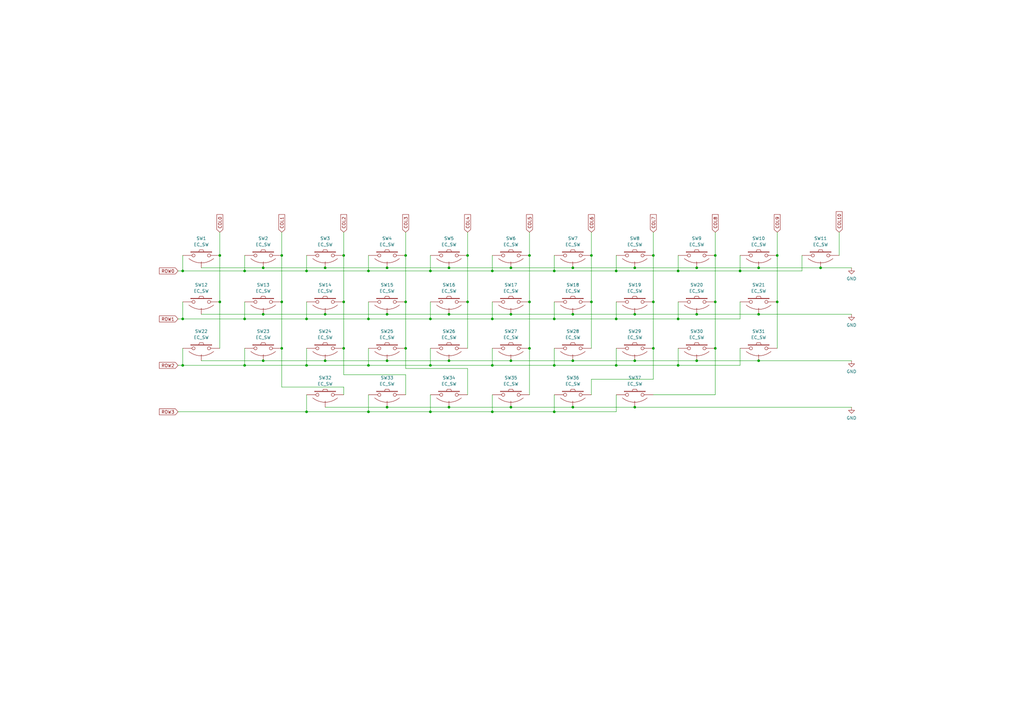
<source format=kicad_sch>
(kicad_sch (version 20230121) (generator eeschema)
  (paper "A3")
  (lib_symbols
    (symbol "cipulot_parts:EC_SW" (pin_numbers hide) (pin_names (offset 1.016) hide)
      (property "Reference" "SW" (at 3.81 2.794 0))
      (property "Value" "EC_SW" (at -3.81 3.81 0))
      (symbol "EC_SW_0_1"
        (arc (start -5.08 -1.27) (mid 0 -3.052) (end 5.08 -1.27))
        (rectangle (start -4.318 1.27) (end 4.318 1.524))
        (polyline (pts (xy -1.016 1.524) (xy -0.762 2.286) (xy 0.762 2.286) (xy 1.016 1.524)))
        (pin passive inverted (at -7.62 0 0) (length 5.08) (name "1") (number "1"))
        (pin passive inverted (at 7.62 0 180) (length 5.08) (name "2") (number "2"))
      )
      (symbol "EC_SW_1_1"
        (pin input line (at 0 -5.08 90) (length 2.54) (name "SG") (number "3"))
      )
    )
    (symbol "power:GND" (power) (pin_names (offset 0))
      (property "Value" "GND" (at 0 -3.81 0))
      (symbol "GND_0_1"
        (polyline (pts (xy 0 0) (xy 0 -1.27) (xy 1.27 -1.27) (xy 0 -2.54) (xy -1.27 -1.27) (xy 0 -1.27)))
      )
      (symbol "GND_1_1"
        (pin power_in line (at 0 0 270) (length 0) hide (name "GND") (number "1"))
      )
    )
  )
  (junction (at 166.37 123.825))
  (junction (at 151.13 111.125))
  (junction (at 125.73 130.81))
  (junction (at 252.73 111.125))
  (junction (at 125.73 111.125))
  (junction (at 140.97 123.825))
  (junction (at 260.35 128.905))
  (junction (at 311.15 109.855))
  (junction (at 209.55 147.955))
  (junction (at 267.97 123.825))
  (junction (at 90.17 104.775))
  (junction (at 158.75 167.005))
  (junction (at 234.95 147.955))
  (junction (at 107.95 109.855))
  (junction (at 100.33 149.86))
  (junction (at 107.95 128.905))
  (junction (at 227.33 111.125))
  (junction (at 176.53 130.81))
  (junction (at 227.33 130.81))
  (junction (at 151.13 130.81))
  (junction (at 293.37 123.825))
  (junction (at 125.73 149.86))
  (junction (at 115.57 123.825))
  (junction (at 184.15 167.005))
  (junction (at 201.93 168.91))
  (junction (at 100.33 111.125))
  (junction (at 176.53 111.125))
  (junction (at 311.15 128.905))
  (junction (at 115.57 104.775))
  (junction (at 166.37 142.875))
  (junction (at 209.55 128.905))
  (junction (at 133.35 109.855))
  (junction (at 227.33 149.86))
  (junction (at 184.15 147.955))
  (junction (at 201.93 130.81))
  (junction (at 74.93 149.86))
  (junction (at 209.55 109.855))
  (junction (at 74.93 111.125))
  (junction (at 191.77 104.775))
  (junction (at 158.75 109.855))
  (junction (at 140.97 142.875))
  (junction (at 242.57 123.825))
  (junction (at 252.73 149.86))
  (junction (at 311.15 147.955))
  (junction (at 278.13 149.86))
  (junction (at 260.35 147.955))
  (junction (at 100.33 130.81))
  (junction (at 166.37 104.775))
  (junction (at 278.13 111.125))
  (junction (at 318.77 104.775))
  (junction (at 293.37 142.875))
  (junction (at 234.95 128.905))
  (junction (at 201.93 149.86))
  (junction (at 285.75 109.855))
  (junction (at 234.95 109.855))
  (junction (at 74.93 130.81))
  (junction (at 107.95 147.955))
  (junction (at 227.33 168.91))
  (junction (at 336.55 109.855))
  (junction (at 125.73 168.91))
  (junction (at 191.77 123.825))
  (junction (at 285.75 147.955))
  (junction (at 217.17 142.875))
  (junction (at 209.55 167.005))
  (junction (at 303.53 111.125))
  (junction (at 133.35 147.955))
  (junction (at 151.13 149.86))
  (junction (at 184.15 109.855))
  (junction (at 260.35 167.005))
  (junction (at 217.17 123.825))
  (junction (at 140.97 104.775))
  (junction (at 267.97 142.875))
  (junction (at 242.57 104.775))
  (junction (at 176.53 168.91))
  (junction (at 176.53 149.86))
  (junction (at 285.75 128.905))
  (junction (at 318.77 123.825))
  (junction (at 201.93 111.125))
  (junction (at 267.97 104.775))
  (junction (at 133.35 128.905))
  (junction (at 151.13 168.91))
  (junction (at 293.37 104.775))
  (junction (at 234.95 167.005))
  (junction (at 184.15 128.905))
  (junction (at 252.73 130.81))
  (junction (at 278.13 130.81))
  (junction (at 158.75 147.955))
  (junction (at 217.17 104.775))
  (junction (at 115.57 142.875))
  (junction (at 158.75 128.905))
  (junction (at 260.35 109.855))
  (junction (at 90.17 123.825))
  (wire (pts (xy 267.97 142.875) (xy 267.97 155.575)))
  (wire (pts (xy 176.53 123.825) (xy 176.53 130.81)))
  (wire (pts (xy 285.75 147.955) (xy 311.15 147.955)))
  (wire (pts (xy 285.75 109.855) (xy 311.15 109.855)))
  (wire (pts (xy 151.13 149.86) (xy 125.73 149.86)))
  (wire (pts (xy 166.37 95.25) (xy 166.37 104.775)))
  (wire (pts (xy 115.57 142.875) (xy 115.57 158.75)))
  (wire (pts (xy 100.33 142.875) (xy 100.33 149.86)))
  (wire (pts (xy 158.75 109.855) (xy 184.15 109.855)))
  (wire (pts (xy 303.53 149.86) (xy 278.13 149.86)))
  (wire (pts (xy 293.37 142.875) (xy 293.37 161.925)))
  (wire (pts (xy 227.33 123.825) (xy 227.33 130.81)))
  (wire (pts (xy 100.33 111.125) (xy 125.73 111.125)))
  (wire (pts (xy 227.33 161.925) (xy 227.33 168.91)))
  (wire (pts (xy 318.77 142.875) (xy 318.77 123.825)))
  (wire (pts (xy 252.73 168.91) (xy 227.33 168.91)))
  (wire (pts (xy 100.33 123.825) (xy 100.33 130.81)))
  (wire (pts (xy 184.15 109.855) (xy 209.55 109.855)))
  (wire (pts (xy 267.97 104.775) (xy 267.97 95.25)))
  (wire (pts (xy 217.17 142.875) (xy 217.17 123.825)))
  (wire (pts (xy 201.93 104.775) (xy 201.93 111.125)))
  (wire (pts (xy 209.55 109.855) (xy 234.95 109.855)))
  (wire (pts (xy 74.93 130.81) (xy 100.33 130.81)))
  (wire (pts (xy 344.17 95.25) (xy 344.17 104.775)))
  (wire (pts (xy 107.95 109.855) (xy 133.35 109.855)))
  (wire (pts (xy 285.75 128.905) (xy 260.35 128.905)))
  (wire (pts (xy 125.73 130.81) (xy 151.13 130.81)))
  (wire (pts (xy 201.93 168.91) (xy 176.53 168.91)))
  (wire (pts (xy 125.73 149.86) (xy 100.33 149.86)))
  (wire (pts (xy 184.15 128.905) (xy 158.75 128.905)))
  (wire (pts (xy 293.37 104.775) (xy 293.37 123.825)))
  (wire (pts (xy 125.73 104.775) (xy 125.73 111.125)))
  (wire (pts (xy 73.025 130.81) (xy 74.93 130.81)))
  (wire (pts (xy 311.15 109.855) (xy 336.55 109.855)))
  (wire (pts (xy 278.13 149.86) (xy 252.73 149.86)))
  (wire (pts (xy 191.77 95.25) (xy 191.77 104.775)))
  (wire (pts (xy 115.57 104.775) (xy 115.57 123.825)))
  (wire (pts (xy 234.95 109.855) (xy 260.35 109.855)))
  (wire (pts (xy 217.17 161.925) (xy 217.17 142.875)))
  (wire (pts (xy 293.37 123.825) (xy 293.37 142.875)))
  (wire (pts (xy 217.17 123.825) (xy 217.17 104.775)))
  (wire (pts (xy 252.73 149.86) (xy 227.33 149.86)))
  (wire (pts (xy 318.77 104.775) (xy 318.77 95.25)))
  (wire (pts (xy 133.35 167.005) (xy 158.75 167.005)))
  (wire (pts (xy 125.73 111.125) (xy 151.13 111.125)))
  (wire (pts (xy 278.13 111.125) (xy 303.53 111.125)))
  (wire (pts (xy 90.17 104.775) (xy 90.17 123.825)))
  (wire (pts (xy 209.55 167.005) (xy 234.95 167.005)))
  (wire (pts (xy 260.35 109.855) (xy 285.75 109.855)))
  (wire (pts (xy 227.33 149.86) (xy 201.93 149.86)))
  (wire (pts (xy 133.35 128.905) (xy 107.95 128.905)))
  (wire (pts (xy 176.53 104.775) (xy 176.53 111.125)))
  (wire (pts (xy 252.73 123.825) (xy 252.73 130.81)))
  (wire (pts (xy 176.53 161.925) (xy 176.53 168.91)))
  (wire (pts (xy 303.53 111.125) (xy 328.93 111.125)))
  (wire (pts (xy 234.95 128.905) (xy 209.55 128.905)))
  (wire (pts (xy 209.55 128.905) (xy 184.15 128.905)))
  (wire (pts (xy 125.73 123.825) (xy 125.73 130.81)))
  (wire (pts (xy 278.13 130.81) (xy 303.53 130.81)))
  (wire (pts (xy 227.33 111.125) (xy 252.73 111.125)))
  (wire (pts (xy 227.33 168.91) (xy 201.93 168.91)))
  (wire (pts (xy 303.53 104.775) (xy 303.53 111.125)))
  (wire (pts (xy 176.53 111.125) (xy 201.93 111.125)))
  (wire (pts (xy 151.13 168.91) (xy 125.73 168.91)))
  (wire (pts (xy 234.95 167.005) (xy 260.35 167.005)))
  (wire (pts (xy 234.95 147.955) (xy 260.35 147.955)))
  (wire (pts (xy 82.55 147.955) (xy 107.95 147.955)))
  (wire (pts (xy 115.57 123.825) (xy 115.57 142.875)))
  (wire (pts (xy 151.13 161.925) (xy 151.13 168.91)))
  (wire (pts (xy 227.33 142.875) (xy 227.33 149.86)))
  (wire (pts (xy 133.35 147.955) (xy 158.75 147.955)))
  (wire (pts (xy 184.15 167.005) (xy 209.55 167.005)))
  (wire (pts (xy 278.13 104.775) (xy 278.13 111.125)))
  (wire (pts (xy 293.37 95.25) (xy 293.37 104.775)))
  (wire (pts (xy 140.97 123.825) (xy 140.97 142.875)))
  (wire (pts (xy 100.33 149.86) (xy 74.93 149.86)))
  (wire (pts (xy 311.15 147.955) (xy 349.25 147.955)))
  (wire (pts (xy 260.35 147.955) (xy 285.75 147.955)))
  (wire (pts (xy 74.93 111.125) (xy 100.33 111.125)))
  (wire (pts (xy 349.25 128.905) (xy 311.15 128.905)))
  (wire (pts (xy 242.57 155.575) (xy 242.57 161.925)))
  (wire (pts (xy 176.53 149.86) (xy 151.13 149.86)))
  (wire (pts (xy 115.57 158.75) (xy 140.97 158.75)))
  (wire (pts (xy 140.97 153.67) (xy 166.37 153.67)))
  (wire (pts (xy 252.73 161.925) (xy 252.73 168.91)))
  (wire (pts (xy 191.77 151.13) (xy 191.77 161.925)))
  (wire (pts (xy 336.55 109.855) (xy 349.25 109.855)))
  (wire (pts (xy 227.33 130.81) (xy 252.73 130.81)))
  (wire (pts (xy 74.93 149.86) (xy 73.025 149.86)))
  (wire (pts (xy 252.73 111.125) (xy 278.13 111.125)))
  (wire (pts (xy 176.53 142.875) (xy 176.53 149.86)))
  (wire (pts (xy 166.37 153.67) (xy 166.37 161.925)))
  (wire (pts (xy 242.57 123.825) (xy 242.57 142.875)))
  (wire (pts (xy 158.75 128.905) (xy 133.35 128.905)))
  (wire (pts (xy 140.97 158.75) (xy 140.97 161.925)))
  (wire (pts (xy 74.93 123.825) (xy 74.93 130.81)))
  (wire (pts (xy 90.17 95.25) (xy 90.17 104.775)))
  (wire (pts (xy 107.95 147.955) (xy 133.35 147.955)))
  (wire (pts (xy 176.53 168.91) (xy 151.13 168.91)))
  (wire (pts (xy 252.73 130.81) (xy 278.13 130.81)))
  (wire (pts (xy 140.97 142.875) (xy 140.97 153.67)))
  (wire (pts (xy 166.37 142.875) (xy 166.37 151.13)))
  (wire (pts (xy 74.93 142.875) (xy 74.93 149.86)))
  (wire (pts (xy 140.97 104.775) (xy 140.97 123.825)))
  (wire (pts (xy 227.33 104.775) (xy 227.33 111.125)))
  (wire (pts (xy 318.77 123.825) (xy 318.77 104.775)))
  (wire (pts (xy 166.37 151.13) (xy 191.77 151.13)))
  (wire (pts (xy 125.73 142.875) (xy 125.73 149.86)))
  (wire (pts (xy 151.13 142.875) (xy 151.13 149.86)))
  (wire (pts (xy 184.15 147.955) (xy 209.55 147.955)))
  (wire (pts (xy 107.95 128.905) (xy 82.55 128.905)))
  (wire (pts (xy 278.13 123.825) (xy 278.13 130.81)))
  (wire (pts (xy 158.75 147.955) (xy 184.15 147.955)))
  (wire (pts (xy 90.17 123.825) (xy 90.17 142.875)))
  (wire (pts (xy 166.37 123.825) (xy 166.37 142.875)))
  (wire (pts (xy 133.35 109.855) (xy 158.75 109.855)))
  (wire (pts (xy 328.93 104.775) (xy 328.93 111.125)))
  (wire (pts (xy 100.33 130.81) (xy 125.73 130.81)))
  (wire (pts (xy 242.57 104.775) (xy 242.57 123.825)))
  (wire (pts (xy 267.97 155.575) (xy 242.57 155.575)))
  (wire (pts (xy 140.97 95.25) (xy 140.97 104.775)))
  (wire (pts (xy 201.93 142.875) (xy 201.93 149.86)))
  (wire (pts (xy 209.55 147.955) (xy 234.95 147.955)))
  (wire (pts (xy 125.73 168.91) (xy 73.025 168.91)))
  (wire (pts (xy 252.73 142.875) (xy 252.73 149.86)))
  (wire (pts (xy 242.57 95.25) (xy 242.57 104.775)))
  (wire (pts (xy 73.025 111.125) (xy 74.93 111.125)))
  (wire (pts (xy 151.13 111.125) (xy 176.53 111.125)))
  (wire (pts (xy 260.35 167.005) (xy 349.25 167.005)))
  (wire (pts (xy 201.93 111.125) (xy 227.33 111.125)))
  (wire (pts (xy 217.17 104.775) (xy 217.17 95.25)))
  (wire (pts (xy 260.35 128.905) (xy 234.95 128.905)))
  (wire (pts (xy 252.73 104.775) (xy 252.73 111.125)))
  (wire (pts (xy 278.13 142.875) (xy 278.13 149.86)))
  (wire (pts (xy 267.97 142.875) (xy 267.97 123.825)))
  (wire (pts (xy 191.77 104.775) (xy 191.77 123.825)))
  (wire (pts (xy 176.53 130.81) (xy 201.93 130.81)))
  (wire (pts (xy 201.93 149.86) (xy 176.53 149.86)))
  (wire (pts (xy 267.97 123.825) (xy 267.97 104.775)))
  (wire (pts (xy 125.73 161.925) (xy 125.73 168.91)))
  (wire (pts (xy 74.93 104.775) (xy 74.93 111.125)))
  (wire (pts (xy 311.15 128.905) (xy 285.75 128.905)))
  (wire (pts (xy 166.37 104.775) (xy 166.37 123.825)))
  (wire (pts (xy 293.37 161.925) (xy 267.97 161.925)))
  (wire (pts (xy 151.13 123.825) (xy 151.13 130.81)))
  (wire (pts (xy 191.77 123.825) (xy 191.77 142.875)))
  (wire (pts (xy 82.55 109.855) (xy 107.95 109.855)))
  (wire (pts (xy 158.75 167.005) (xy 184.15 167.005)))
  (wire (pts (xy 151.13 130.81) (xy 176.53 130.81)))
  (wire (pts (xy 151.13 104.775) (xy 151.13 111.125)))
  (wire (pts (xy 100.33 104.775) (xy 100.33 111.125)))
  (wire (pts (xy 303.53 130.81) (xy 303.53 123.825)))
  (wire (pts (xy 201.93 123.825) (xy 201.93 130.81)))
  (wire (pts (xy 201.93 130.81) (xy 227.33 130.81)))
  (wire (pts (xy 201.93 161.925) (xy 201.93 168.91)))
  (wire (pts (xy 115.57 95.25) (xy 115.57 104.775)))
  (wire (pts (xy 303.53 142.875) (xy 303.53 149.86)))
  (global_label "ROW3" (shape input) (at 73.025 168.91 180) (property "Intersheetrefs" "${INTERSHEET_REFS}" (effects hide)))
  (global_label "COL0" (shape input) (at 90.17 95.25 90) (property "Intersheetrefs" "${INTERSHEET_REFS}" (effects hide)))
  (global_label "COL2" (shape input) (at 140.97 95.25 90) (property "Intersheetrefs" "${INTERSHEET_REFS}" (effects hide)))
  (global_label "COL6" (shape input) (at 242.57 95.25 90) (property "Intersheetrefs" "${INTERSHEET_REFS}" (effects hide)))
  (global_label "COL10" (shape input) (at 344.17 95.25 90) (property "Intersheetrefs" "${INTERSHEET_REFS}" (effects hide)))
  (global_label "ROW1" (shape input) (at 73.025 130.81 180) (property "Intersheetrefs" "${INTERSHEET_REFS}" (effects hide)))
  (global_label "COL9" (shape input) (at 318.77 95.25 90) (property "Intersheetrefs" "${INTERSHEET_REFS}" (effects hide)))
  (global_label "COL1" (shape input) (at 115.57 95.25 90) (property "Intersheetrefs" "${INTERSHEET_REFS}" (effects hide)))
  (global_label "COL8" (shape input) (at 293.37 95.25 90) (property "Intersheetrefs" "${INTERSHEET_REFS}" (effects hide)))
  (global_label "COL7" (shape input) (at 267.97 95.25 90) (property "Intersheetrefs" "${INTERSHEET_REFS}" (effects hide)))
  (global_label "COL3" (shape input) (at 166.37 95.25 90) (property "Intersheetrefs" "${INTERSHEET_REFS}" (effects hide)))
  (global_label "COL4" (shape input) (at 191.77 95.25 90) (property "Intersheetrefs" "${INTERSHEET_REFS}" (effects hide)))
  (global_label "ROW0" (shape input) (at 73.025 111.125 180) (property "Intersheetrefs" "${INTERSHEET_REFS}" (effects hide)))
  (global_label "COL5" (shape input) (at 217.17 95.25 90) (property "Intersheetrefs" "${INTERSHEET_REFS}" (effects hide)))
  (global_label "ROW2" (shape input) (at 73.025 149.86 180) (property "Intersheetrefs" "${INTERSHEET_REFS}" (effects hide)))
  (symbol (lib_id "cipulot_parts:EC_SW") (at 209.55 123.825 0) (unit 1)
    (property "Reference" "SW17" (at 209.55 116.84 0))
    (property "Value" "EC_SW" (at 209.55 119.38 0))
    (property "Footprint" "cipulot_parts:ecs_pad_1U_no_ring" (effects hide))
  )
  (symbol (lib_id "cipulot_parts:EC_SW") (at 285.75 142.875 0) (unit 1)
    (property "Reference" "SW30" (at 285.75 135.89 0))
    (property "Value" "EC_SW" (at 285.75 138.43 0))
    (property "Footprint" "cipulot_parts:ecs_pad_1U_no_ring" (effects hide))
  )
  (symbol (lib_id "cipulot_parts:EC_SW") (at 209.55 142.875 0) (unit 1)
    (property "Reference" "SW27" (at 209.55 135.89 0))
    (property "Value" "EC_SW" (at 209.55 138.43 0))
    (property "Footprint" "cipulot_parts:ecs_pad_1U_no_ring" (effects hide))
  )
  (symbol (lib_id "power:GND") (at 349.25 147.955 0) (unit 1)
    (property "Reference" "#PWR0129" (effects hide))
    (property "Value" "GND" (at 349.25 152.4 0))
  )
  (symbol (lib_id "cipulot_parts:EC_SW") (at 133.35 123.825 0) (unit 1)
    (property "Reference" "SW14" (at 133.35 116.84 0))
    (property "Value" "EC_SW" (at 133.35 119.38 0))
    (property "Footprint" "cipulot_parts:ecs_pad_1U_no_ring" (effects hide))
  )
  (symbol (lib_id "cipulot_parts:EC_SW") (at 158.75 123.825 0) (unit 1)
    (property "Reference" "SW15" (at 158.75 116.84 0))
    (property "Value" "EC_SW" (at 158.75 119.38 0))
    (property "Footprint" "cipulot_parts:ecs_pad_1U_no_ring" (effects hide))
  )
  (symbol (lib_id "cipulot_parts:EC_SW") (at 158.75 104.775 0) (unit 1)
    (property "Reference" "SW4" (at 158.75 97.79 0))
    (property "Value" "EC_SW" (at 158.75 100.33 0))
    (property "Footprint" "cipulot_parts:ecs_pad_1U_no_ring" (effects hide))
  )
  (symbol (lib_id "cipulot_parts:EC_SW") (at 209.55 161.925 0) (unit 1)
    (property "Reference" "SW35" (at 209.55 154.94 0))
    (property "Value" "EC_SW" (at 209.55 157.48 0))
    (property "Footprint" "cipulot_parts:ecs_pad_1U_no_ring" (effects hide))
  )
  (symbol (lib_id "cipulot_parts:EC_SW") (at 158.75 142.875 0) (unit 1)
    (property "Reference" "SW25" (at 158.75 135.89 0))
    (property "Value" "EC_SW" (at 158.75 138.43 0))
    (property "Footprint" "cipulot_parts:ecs_pad_1U_no_ring" (effects hide))
  )
  (symbol (lib_id "cipulot_parts:EC_SW") (at 311.15 142.875 0) (unit 1)
    (property "Reference" "SW31" (at 311.15 135.89 0))
    (property "Value" "EC_SW" (at 311.15 138.43 0))
    (property "Footprint" "cipulot_parts:ecs_pad_1U_no_ring" (effects hide))
  )
  (symbol (lib_id "power:GND") (at 349.25 128.905 0) (unit 1)
    (property "Reference" "#PWR0130" (effects hide))
    (property "Value" "GND" (at 349.25 133.35 0))
  )
  (symbol (lib_id "cipulot_parts:EC_SW") (at 285.75 123.825 0) (unit 1)
    (property "Reference" "SW20" (at 285.75 116.84 0))
    (property "Value" "EC_SW" (at 285.75 119.38 0))
    (property "Footprint" "cipulot_parts:ecs_pad_1U_no_ring" (effects hide))
  )
  (symbol (lib_id "cipulot_parts:EC_SW") (at 82.55 104.775 0) (unit 1)
    (property "Reference" "SW1" (at 82.55 97.79 0))
    (property "Value" "EC_SW" (at 82.55 100.33 0))
    (property "Footprint" "cipulot_parts:ecs_pad_1U_no_ring" (effects hide))
  )
  (symbol (lib_id "cipulot_parts:EC_SW") (at 234.95 104.775 0) (unit 1)
    (property "Reference" "SW7" (at 234.95 97.79 0))
    (property "Value" "EC_SW" (at 234.95 100.33 0))
    (property "Footprint" "cipulot_parts:ecs_pad_1U_no_ring" (effects hide))
  )
  (symbol (lib_id "cipulot_parts:EC_SW") (at 133.35 142.875 0) (unit 1)
    (property "Reference" "SW24" (at 133.35 135.89 0))
    (property "Value" "EC_SW" (at 133.35 138.43 0))
    (property "Footprint" "cipulot_parts:ecs_pad_1U_no_ring" (effects hide))
  )
  (symbol (lib_id "cipulot_parts:EC_SW") (at 107.95 142.875 0) (unit 1)
    (property "Reference" "SW23" (at 107.95 135.89 0))
    (property "Value" "EC_SW" (at 107.95 138.43 0))
    (property "Footprint" "cipulot_parts:ecs_pad_1U_no_ring" (effects hide))
  )
  (symbol (lib_id "cipulot_parts:EC_SW") (at 133.35 161.925 0) (unit 1)
    (property "Reference" "SW32" (at 133.35 154.94 0))
    (property "Value" "EC_SW" (at 133.35 157.48 0))
    (property "Footprint" "cipulot_parts:ecs_pad_1U_no_ring" (effects hide))
  )
  (symbol (lib_id "cipulot_parts:EC_SW") (at 336.55 104.775 0) (unit 1)
    (property "Reference" "SW11" (at 336.55 97.79 0))
    (property "Value" "EC_SW" (at 336.55 100.33 0))
    (property "Footprint" "cipulot_parts:ecs_pad_1U_no_ring" (effects hide))
  )
  (symbol (lib_id "cipulot_parts:EC_SW") (at 234.95 142.875 0) (unit 1)
    (property "Reference" "SW28" (at 234.95 135.89 0))
    (property "Value" "EC_SW" (at 234.95 138.43 0))
    (property "Footprint" "cipulot_parts:ecs_pad_1U_no_ring" (effects hide))
  )
  (symbol (lib_id "cipulot_parts:EC_SW") (at 107.95 104.775 0) (unit 1)
    (property "Reference" "SW2" (at 107.95 97.79 0))
    (property "Value" "EC_SW" (at 107.95 100.33 0))
    (property "Footprint" "cipulot_parts:ecs_pad_1U_no_ring" (effects hide))
  )
  (symbol (lib_id "cipulot_parts:EC_SW") (at 184.15 123.825 0) (unit 1)
    (property "Reference" "SW16" (at 184.15 116.84 0))
    (property "Value" "EC_SW" (at 184.15 119.38 0))
    (property "Footprint" "cipulot_parts:ecs_pad_1U_no_ring" (effects hide))
  )
  (symbol (lib_id "cipulot_parts:EC_SW") (at 311.15 123.825 0) (unit 1)
    (property "Reference" "SW21" (at 311.15 116.84 0))
    (property "Value" "EC_SW" (at 311.15 119.38 0))
    (property "Footprint" "cipulot_parts:ecs_pad_1U_no_ring" (effects hide))
  )
  (symbol (lib_id "cipulot_parts:EC_SW") (at 311.15 104.775 0) (unit 1)
    (property "Reference" "SW10" (at 311.15 97.79 0))
    (property "Value" "EC_SW" (at 311.15 100.33 0))
    (property "Footprint" "cipulot_parts:ecs_pad_1U_no_ring" (effects hide))
  )
  (symbol (lib_id "cipulot_parts:EC_SW") (at 184.15 104.775 0) (unit 1)
    (property "Reference" "SW5" (at 184.15 97.79 0))
    (property "Value" "EC_SW" (at 184.15 100.33 0))
    (property "Footprint" "cipulot_parts:ecs_pad_1U_no_ring" (effects hide))
  )
  (symbol (lib_id "cipulot_parts:EC_SW") (at 260.35 123.825 0) (unit 1)
    (property "Reference" "SW19" (at 260.35 116.84 0))
    (property "Value" "EC_SW" (at 260.35 119.38 0))
    (property "Footprint" "cipulot_parts:ecs_pad_1U_no_ring" (effects hide))
  )
  (symbol (lib_id "cipulot_parts:EC_SW") (at 184.15 161.925 0) (unit 1)
    (property "Reference" "SW34" (at 184.15 154.94 0))
    (property "Value" "EC_SW" (at 184.15 157.48 0))
    (property "Footprint" "cipulot_parts:ecs_pad_1U_no_ring" (effects hide))
  )
  (symbol (lib_id "cipulot_parts:EC_SW") (at 260.35 104.775 0) (unit 1)
    (property "Reference" "SW8" (at 260.35 97.79 0))
    (property "Value" "EC_SW" (at 260.35 100.33 0))
    (property "Footprint" "cipulot_parts:ecs_pad_1U_no_ring" (effects hide))
  )
  (symbol (lib_id "cipulot_parts:EC_SW") (at 184.15 142.875 0) (unit 1)
    (property "Reference" "SW26" (at 184.15 135.89 0))
    (property "Value" "EC_SW" (at 184.15 138.43 0))
    (property "Footprint" "cipulot_parts:ecs_pad_1U_no_ring" (effects hide))
  )
  (symbol (lib_id "cipulot_parts:EC_SW") (at 107.95 123.825 0) (unit 1)
    (property "Reference" "SW13" (at 107.95 116.84 0))
    (property "Value" "EC_SW" (at 107.95 119.38 0))
    (property "Footprint" "cipulot_parts:ecs_pad_1U_no_ring" (effects hide))
  )
  (symbol (lib_id "cipulot_parts:EC_SW") (at 209.55 104.775 0) (unit 1)
    (property "Reference" "SW6" (at 209.55 97.79 0))
    (property "Value" "EC_SW" (at 209.55 100.33 0))
    (property "Footprint" "cipulot_parts:ecs_pad_1U_no_ring" (effects hide))
  )
  (symbol (lib_id "cipulot_parts:EC_SW") (at 133.35 104.775 0) (unit 1)
    (property "Reference" "SW3" (at 133.35 97.79 0))
    (property "Value" "EC_SW" (at 133.35 100.33 0))
    (property "Footprint" "cipulot_parts:ecs_pad_1U_no_ring" (effects hide))
  )
  (symbol (lib_id "power:GND") (at 349.25 167.005 0) (unit 1)
    (property "Reference" "#PWR0128" (effects hide))
    (property "Value" "GND" (at 349.25 171.45 0))
  )
  (symbol (lib_id "power:GND") (at 349.25 109.855 0) (unit 1)
    (property "Reference" "#PWR0131" (effects hide))
    (property "Value" "GND" (at 349.25 114.3 0))
  )
  (symbol (lib_id "cipulot_parts:EC_SW") (at 234.95 161.925 0) (unit 1)
    (property "Reference" "SW36" (at 234.95 154.94 0))
    (property "Value" "EC_SW" (at 234.95 157.48 0))
    (property "Footprint" "cipulot_parts:ecs_pad_1U_no_ring" (effects hide))
  )
  (symbol (lib_id "cipulot_parts:EC_SW") (at 234.95 123.825 0) (unit 1)
    (property "Reference" "SW18" (at 234.95 116.84 0))
    (property "Value" "EC_SW" (at 234.95 119.38 0))
    (property "Footprint" "cipulot_parts:ecs_pad_1U_no_ring" (effects hide))
  )
  (symbol (lib_id "cipulot_parts:EC_SW") (at 285.75 104.775 0) (unit 1)
    (property "Reference" "SW9" (at 285.75 97.79 0))
    (property "Value" "EC_SW" (at 285.75 100.33 0))
    (property "Footprint" "cipulot_parts:ecs_pad_1U_no_ring" (effects hide))
  )
  (symbol (lib_id "cipulot_parts:EC_SW") (at 82.55 142.875 0) (unit 1)
    (property "Reference" "SW22" (at 82.55 135.89 0))
    (property "Value" "EC_SW" (at 82.55 138.43 0))
    (property "Footprint" "cipulot_parts:ecs_pad_1U_no_ring" (effects hide))
  )
  (symbol (lib_id "cipulot_parts:EC_SW") (at 260.35 142.875 0) (unit 1)
    (property "Reference" "SW29" (at 260.35 135.89 0))
    (property "Value" "EC_SW" (at 260.35 138.43 0))
    (property "Footprint" "cipulot_parts:ecs_pad_1U_no_ring" (effects hide))
  )
  (symbol (lib_id "cipulot_parts:EC_SW") (at 158.75 161.925 0) (unit 1)
    (property "Reference" "SW33" (at 158.75 154.94 0))
    (property "Value" "EC_SW" (at 158.75 157.48 0))
    (property "Footprint" "cipulot_parts:ecs_pad_1U_no_ring" (effects hide))
  )
  (symbol (lib_id "cipulot_parts:EC_SW") (at 82.55 123.825 0) (unit 1)
    (property "Reference" "SW12" (at 82.55 116.84 0))
    (property "Value" "EC_SW" (at 82.55 119.38 0))
    (property "Footprint" "cipulot_parts:ecs_pad_1U_no_ring" (effects hide))
  )
  (symbol (lib_id "cipulot_parts:EC_SW") (at 260.35 161.925 0) (unit 1)
    (property "Reference" "SW37" (at 260.35 154.94 0))
    (property "Value" "EC_SW" (at 260.35 157.48 0))
    (property "Footprint" "cipulot_parts:ecs_pad_1U_no_ring" (effects hide))
  )
)
</source>
